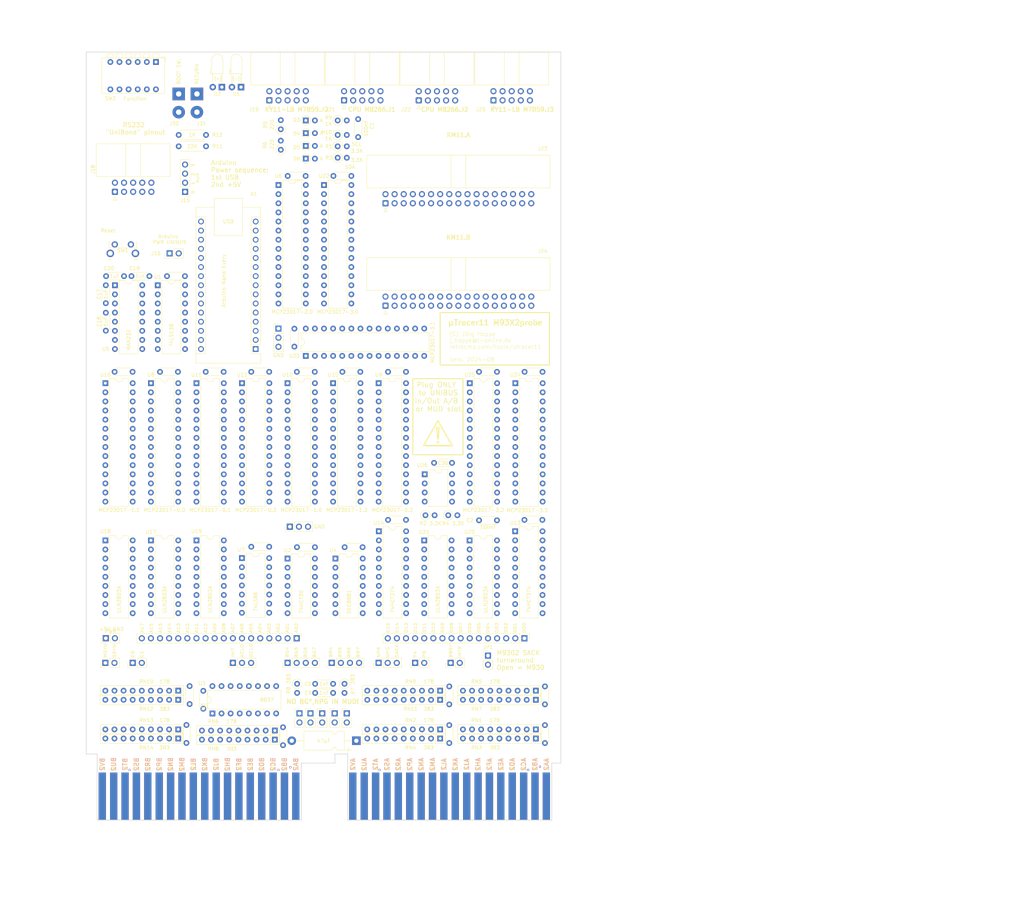
<source format=kicad_pcb>
(kicad_pcb (version 20240108) (generator "pcbnew") (generator_version "8.0")
  (title_block (title "uTracer11") (date "2024-02-19") (rev "V1.0") (company "retrocmp.com") (comment 1 "Joerg Hoppe"))
  (layers (0 "F.Cu" signal) (1 "In1.Cu" power) (2 "In2.Cu" power) (31 "B.Cu" signal) (35 "F.Paste" user) (36 "B.SilkS" user "B.Silkscreen") (37 "F.SilkS" user "F.Silkscreen") (38 "B.Mask" user) (39 "F.Mask" user) (44 "Edge.Cuts" user))
  (net 0 "")
  (net 1 "/RS232_TXD")
  (net 2 "GND")
  (net 3 "/RS232_RXD")
  (net 4 "/ARDUINO_RESET_L")
  (net 5 "/MCP_RESET_L")
  (net 6 "/MCPGROUP_A0")
  (net 7 "/MCPGROUP_A1")
  (net 8 "/MCPGROUP_A2")
  (net 9 "/LED1_L")
  (net 10 "/LED2_L")
  (net 11 "/AUX0")
  (net 12 "/AUX1")
  (net 13 "/AUX2")
  (net 14 "/AUX3")
  (net 15 "/3V3")
  (net 16 "/AREF")
  (net 17 "/SW0_L")
  (net 18 "/SW1_L")
  (net 19 "/SW2_L")
  (net 20 "/SW3_L")
  (net 21 "/SDA")
  (net 22 "/SCL")
  (net 23 "/SW4_L")
  (net 24 "/SW5_L")
  (net 25 "/ARDUINO+5V")
  (net 27 "/VIN")
  (net 28 "UB_5V")
  (net 29 "UB_ACLO_L")
  (net 30 "UB_DCLO_L")
  (net 31 "Net-(U5-C1+)")
  (net 32 "Net-(U5-C1-)")
  (net 33 "Net-(U5-C2+)")
  (net 34 "Net-(U5-C2-)")
  (net 35 "Net-(U5-VS+)")
  (net 36 "Net-(U5-VS-)")
  (net 37 "Net-(D1-A)")
  (net 38 "Net-(D2-A)")
  (net 39 "/ucontrol_1134/KY_MAN_CLK_ENAB_L")
  (net 40 "/ucontrol_1134/CPU_MAN_CLK_ENAB_L")
  (net 41 "/ucontrol_1134/RPI_MAN_CLK_ENAB_L")
  (net 42 "/ucontrol_1134/KY_MAN_CLK_L")
  (net 43 "/ucontrol_1134/CPU_MAN_CLK_L")
  (net 44 "/ucontrol_1134/RPI_MAN_CLK_L")
  (net 45 "UB_D00_L")
  (net 46 "UB_D01_L")
  (net 47 "UB_D02_L")
  (net 48 "UB_D03_L")
  (net 49 "UB_D04_L")
  (net 50 "UB_D05_L")
  (net 51 "UB_D06_L")
  (net 52 "UB_D07_L")
  (net 53 "UB_D08_L")
  (net 54 "UB_D09_L")
  (net 55 "UB_D10_L")
  (net 56 "UB_D11_L")
  (net 57 "Net-(JP1-A)")
  (net 58 "UB_D12_L")
  (net 59 "UB_D13_L")
  (net 60 "UB_D14_L")
  (net 61 "UB_D15_L")
  (net 62 "UB_PA_L")
  (net 63 "UB_PB_L")
  (net 64 "UB_A00_L")
  (net 65 "UB_A01_L")
  (net 66 "UB_A02_L")
  (net 67 "UB_A03_L")
  (net 68 "UB_A04_L")
  (net 69 "UB_A05_L")
  (net 70 "UB_A06_L")
  (net 71 "UB_A07_L")
  (net 72 "UB_A08_L")
  (net 73 "UB_A09_L")
  (net 74 "UB_A10_L")
  (net 75 "UB_A11_L")
  (net 76 "UB_A12_L")
  (net 77 "UB_A13_L")
  (net 78 "UB_A14_L")
  (net 79 "UB_A15_L")
  (net 80 "UB_A16_L")
  (net 81 "UB_A17_L")
  (net 82 "UB_C0_L")
  (net 83 "UB_C1_L")
  (net 84 "UB_MSYN_L")
  (net 85 "UB_SSYN_L")
  (net 86 "Net-(U3-out6)")
  (net 87 "Net-(U3-out5)")
  (net 88 "Net-(U3-out4)")
  (net 89 "Net-(U3-out1)")
  (net 90 "Net-(U3-out2)")
  (net 93 "UB_SACK_L")
  (net 94 "UB_BBSY_L")
  (net 95 "UB_INTR_L")
  (net 96 "UB_INIT_L")
  (net 97 "UB_NPR_L")
  (net 98 "UB_BR7_L")
  (net 99 "UB_NPG_H")
  (net 100 "UB_BR6_L")
  (net 101 "UB_BG7_H")
  (net 102 "UB_BG6_H")
  (net 103 "UB_BG5_H")
  (net 104 "UB_BR5_L")
  (net 105 "UB_BR4_L")
  (net 106 "UB_BG4_H")
  (net 109 "/ucontrol_1134/MCP_04_L")
  (net 110 "/ucontrol_1134/MCP_00_L")
  (net 111 "/ucontrol_1134/MCP_01_L")
  (net 112 "/ucontrol_1134/MCP_05_L")
  (net 113 "/ucontrol_1134/MCP_02_L")
  (net 114 "/ucontrol_1134/MCP_06_L")
  (net 115 "/ucontrol_1134/MCP_03_L")
  (net 116 "/ucontrol_1134/MCP_07_L")
  (net 117 "/ucontrol_1134/MCP_08_L")
  (net 118 "/ucontrol_1134/MCP_09_L")
  (net 119 "/ucontrol_1134/FP11A_ATTACHED_L")
  (net 120 "/ucontrol_1134/SERVICE_BRK_FAIL_L")
  (net 121 "/ucontrol_1134/LOAD_IR_L")
  (net 122 "/ucontrol_1134/PFAIL_BR_PEND_H")
  (net 123 "/ucontrol_km11/KM11A_K2")
  (net 124 "/ucontrol_km11/KM11A_N1")
  (net 125 "/ucontrol_km11/KM11A_V1")
  (net 126 "/ucontrol_km11/KM11A_P2")
  (net 127 "/ucontrol_km11/KM11A_J1")
  (net 128 "/ucontrol_km11/KM11A_C1")
  (net 129 "/ucontrol_km11/KM11A_T2")
  (net 130 "/ucontrol_km11/KM11A_U2")
  (net 131 "/ucontrol_km11/KM11A_P1")
  (net 132 "/ucontrol_km11/KM11A_L1")
  (net 133 "/ucontrol_km11/KM11A_F1")
  (net 134 "/ucontrol_km11/KM11A_D1")
  (net 135 "/ucontrol_km11/KM11A_R1")
  (net 136 "/ucontrol_km11/KM11A_K1")
  (net 137 "/ucontrol_km11/KM11A_S2")
  (net 138 "/ucontrol_km11/KM11A_M1")
  (net 139 "/ucontrol_km11/KM11A_S1")
  (net 140 "/ucontrol_km11/KM11A_F2")
  (net 141 "/ucontrol_km11/KM11A_E1")
  (net 142 "/ucontrol_km11/KM11A_N2")
  (net 143 "/ucontrol_km11/KM11A_D2")
  (net 144 "/ucontrol_km11/KM11A_H2")
  (net 145 "/ucontrol_km11/KM11A_J2")
  (net 146 "/ucontrol_km11/KM11A_R2")
  (net 147 "/ucontrol_km11/KM11A_E2")
  (net 148 "/ucontrol_km11/KM11A_H1")
  (net 149 "/ucontrol_km11/KM11A_L2")
  (net 150 "/ucontrol_km11/KM11A_A1_L")
  (net 151 "/ucontrol_km11/KM11A_B2_L")
  (net 152 "/ucontrol_km11/KM11A_V2_L")
  (net 153 "/ucontrol_km11/KM11B_K2")
  (net 154 "/ucontrol_km11/KM11B_N1")
  (net 155 "/ucontrol_km11/KM11B_V1")
  (net 156 "/ucontrol_km11/KM11B_P2")
  (net 157 "/ucontrol_km11/KM11B_J1")
  (net 158 "/ucontrol_km11/KM11B_C1")
  (net 159 "/ucontrol_km11/KM11B_T2")
  (net 160 "/ucontrol_km11/KM11B_U2")
  (net 161 "/ucontrol_km11/KM11B_P1")
  (net 162 "/ucontrol_km11/KM11B_L1")
  (net 163 "/ucontrol_km11/KM11B_F1")
  (net 164 "/ucontrol_km11/KM11B_D1")
  (net 165 "/ucontrol_km11/KM11B_R1")
  (net 166 "/ucontrol_km11/KM11B_K1")
  (net 167 "/ucontrol_km11/KM11B_S2")
  (net 168 "/ucontrol_km11/KM11B_M1")
  (net 169 "/ucontrol_km11/KM11B_S1")
  (net 170 "/ucontrol_km11/KM11B_F2")
  (net 171 "/ucontrol_km11/KM11B_E1")
  (net 172 "/ucontrol_km11/KM11B_N2")
  (net 173 "/ucontrol_km11/KM11B_D2")
  (net 174 "/ucontrol_km11/KM11B_H2")
  (net 175 "/ucontrol_km11/KM11B_J2")
  (net 176 "/ucontrol_km11/KM11B_R2")
  (net 177 "/ucontrol_km11/KM11B_E2")
  (net 178 "/ucontrol_km11/KM11B_H1")
  (net 179 "/ucontrol_km11/KM11B_L2")
  (net 180 "/ucontrol_km11/KM11B_A1_L")
  (net 181 "/ucontrol_km11/KM11B_B2_L")
  (net 182 "/ucontrol_km11/KM11B_V2_L")
  (net 183 "/UNIBUS-Interface/LATCH_DATA")
  (net 192 "MCPGROUP3_L")
  (net 193 "MCPGROUP2_L")
  (net 194 "MCPGROUP1_L")
  (net 195 "MCPGROUP0_L")
  (net 196 "Net-(U2-Pad8)")
  (net 197 "SACK_OUT")
  (net 198 "C1_OUT")
  (net 199 "UB_PIN_AU1")
  (net 200 "UB_PIN_AV1")
  (net 201 "UB_PIN_BB1")
  (net 208 "MSYN_H")
  (net 209 "SSYN_H")
  (net 223 "/UNIBUS-Interface/DCLO_OUT")
  (net 226 "/UNIBUS-Interface/ACLO_OUT")
  (net 227 "/UNIBUS-Interface/D06_IN_L")
  (net 228 "/UNIBUS-Interface/D07_IN_L")
  (net 229 "/UNIBUS-Interface/D08_IN_L")
  (net 230 "/UNIBUS-Interface/D09_IN_L")
  (net 231 "/UNIBUS-Interface/D10_IN_L")
  (net 232 "/UNIBUS-Interface/D11_IN_L")
  (net 236 "/UNIBUS-Interface/D00_IN_L")
  (net 237 "/UNIBUS-Interface/D01_IN_L")
  (net 238 "/UNIBUS-Interface/D02_IN_L")
  (net 239 "/UNIBUS-Interface/D03_IN_L")
  (net 240 "/UNIBUS-Interface/D04_IN_L")
  (net 241 "/UNIBUS-Interface/D05_IN_L")
  (net 242 "/UNIBUS-Interface/INIT_OUT")
  (net 245 "/UNIBUS-Interface/A17_OUT")
  (net 248 "/UNIBUS-Interface/A16_OUT")
  (net 249 "/UNIBUS-Interface/SSYN_OUT")
  (net 252 "/UNIBUS-Interface/D12_IN_L")
  (net 253 "/UNIBUS-Interface/D13_IN_L")
  (net 254 "/UNIBUS-Interface/D14_IN_L")
  (net 255 "/UNIBUS-Interface/D15_IN_L")
  (net 256 "/UNIBUS-Interface/MSYN_OUT")
  (net 257 "/UNIBUS-Interface/D08_OUT")
  (net 258 "/UNIBUS-Interface/D09_OUT")
  (net 259 "/UNIBUS-Interface/D10_OUT")
  (net 260 "/UNIBUS-Interface/D11_OUT")
  (net 261 "/UNIBUS-Interface/D12_OUT")
  (net 262 "/UNIBUS-Interface/D13_OUT")
  (net 263 "/UNIBUS-Interface/D14_OUT")
  (net 264 "/UNIBUS-Interface/D15_OUT")
  (net 267 "/UNIBUS-Interface/D00_OUT")
  (net 268 "/UNIBUS-Interface/D01_OUT")
  (net 269 "/UNIBUS-Interface/D02_OUT")
  (net 270 "/UNIBUS-Interface/D03_OUT")
  (net 271 "/UNIBUS-Interface/D04_OUT")
  (net 272 "/UNIBUS-Interface/D05_OUT")
  (net 273 "/UNIBUS-Interface/D06_OUT")
  (net 274 "/UNIBUS-Interface/D07_OUT")
  (net 275 "/UNIBUS-Interface/A08_OUT")
  (net 276 "/UNIBUS-Interface/A09_OUT")
  (net 277 "/UNIBUS-Interface/A10_OUT")
  (net 278 "/UNIBUS-Interface/A11_OUT")
  (net 279 "/UNIBUS-Interface/A12_OUT")
  (net 280 "/UNIBUS-Interface/A13_OUT")
  (net 281 "/UNIBUS-Interface/A14_OUT")
  (net 282 "/UNIBUS-Interface/A15_OUT")
  (net 285 "/UNIBUS-Interface/A00_OUT")
  (net 286 "/UNIBUS-Interface/A01_OUT")
  (net 287 "/UNIBUS-Interface/A02_OUT")
  (net 288 "/UNIBUS-Interface/A03_OUT")
  (net 289 "/UNIBUS-Interface/A04_OUT")
  (net 290 "/UNIBUS-Interface/A05_OUT")
  (net 291 "/UNIBUS-Interface/A06_OUT")
  (net 292 "/UNIBUS-Interface/A07_OUT")
  (net 306 "/rs232/RS232_RXD")
  (net 308 "/rs232/RS232_TXD")
  (net 318 "UB_PIN_BE2")
  (net 332 "UB_PIN_BA1")
  (net 333 "BBSY_OUT")
  (net 334 "BOOTSWITCH")
  (net 335 "Net-(J31-Pin_1)")
  (net 336 "/ucontrol_km11/KM11A_M2")
  (net 337 "/ucontrol_km11/KM11A_U1_L")
  (net 338 "/ucontrol_km11/KM11B_M2")
  (net 339 "/ucontrol_km11/KM11B_U1_L")
  (footprint "Resistor_THT:R_Array_SIP9" (layer "F.Cu") (at 161.925 217.805 180)
    (property "Reference" "RN1")
    (property "Value" "178")
  )
  (footprint "Resistor_THT:R_Array_SIP9" (layer "F.Cu") (at 161.925 220.345 180)
    (property "Reference" "RN3")
    (property "Value" "383")
  )
  (footprint "Resistor_THT:R_Array_SIP9" (layer "F.Cu") (at 161.925 207.01 180)
    (property "Reference" "RN5")
    (property "Value" "178")
  )
  (footprint "Resistor_THT:R_Array_SIP9" (layer "F.Cu") (at 135.255 207.01 180)
    (property "Reference" "RN9")
    (property "Value" "178")
  )
  (footprint "jh:dec-conn-dual-AB-ht-pins-only" (layer "F.Cu") (at 168.885 244.043)
    (property "Reference" "J11" (hide yes))
    (property "Value" "CONN-DEC-DUAL-AB" (hide yes))
  )
  (footprint "Resistor_THT:R_Array_SIP9" (layer "F.Cu") (at 135.255 217.805 180)
    (property "Reference" "RN2")
    (property "Value" "178")
  )
  (footprint "Resistor_THT:R_Array_SIP9" (layer "F.Cu") (at 135.255 220.345 180)
    (property "Reference" "RN4")
    (property "Value" "383")
  )
  (footprint "Resistor_THT:R_Array_SIP9" (layer "F.Cu") (at 62.23 220.345 180)
    (property "Reference" "RN14")
    (property "Value" "383")
  )
  (footprint "Resistor_THT:R_Array_SIP9" (layer "F.Cu") (at 89.154 220.665 180)
    (property "Reference" "RN8")
    (property "Value" "383")
  )
  (footprint "Resistor_THT:R_Array_SIP9" (layer "F.Cu") (at 89.154 218.125 180)
    (property "Reference" "RN6")
    (property "Value" "178")
  )
  (footprint "Package_DIP:DIP-16_W7.62mm" (layer "F.Cu") (at 71.755 213.36 90)
    (property "Reference" "U3")
    (property "Value" "8837")
  )
  (footprint "Package_DIP:DIP-14_W7.62mm" (layer "F.Cu") (at 92.71 170.18)
    (property "Reference" "U2")
    (property "Value" "74HCT30")
  )
  (footprint "Resistor_THT:R_Array_SIP9" (layer "F.Cu") (at 135.255 209.55 180)
    (property "Reference" "RN11")
    (property "Value" "383")
  )
  (footprint "Resistor_THT:R_Array_SIP9" (layer "F.Cu") (at 62.23 209.55 180)
    (property "Reference" "RN12")
    (property "Value" "383")
  )
  (footprint "Resistor_THT:R_Array_SIP9" (layer "F.Cu") (at 62.23 207.01 180)
    (property "Reference" "RN10")
    (property "Value" "178")
  )
  (footprint "Capacitor_THT:C_Disc_D4.3mm_W1.9mm_P5.00mm" (layer "F.Cu") (at 100.41 207.6415)
    (property "Reference" "C9")
    (property "Value" "1nF")
  )
  (footprint "Capacitor_THT:C_Disc_D4.3mm_W1.9mm_P5.00mm" (layer "F.Cu") (at 105.41 205.1015 180)
    (property "Reference" "C6")
    (property "Value" "1nF")
  )
  (footprint "Resistor_THT:R_Array_SIP9" (layer "F.Cu") (at 62.23 217.805 180)
    (property "Reference" "RN13")
    (property "Value" "178")
  )
  (footprint "Resistor_THT:R_Array_SIP9" (layer "F.Cu") (at 161.925 209.55 180)
    (property "Reference" "RN7")
    (property "Value" "383")
  )
  (footprint "Capacitor_THT:C_Disc_D4.3mm_W1.9mm_P5.00mm" (layer "F.Cu") (at 64.516 216.575 -90)
    (property "Reference" "C4" (hide yes))
    (property "Value" "100nF")
  )
  (footprint "Capacitor_THT:C_Disc_D4.3mm_W1.9mm_P5.00mm" (layer "F.Cu") (at 65.405 205.74 -90)
    (property "Reference" "C7" (hide yes))
    (property "Value" "100nF")
  )
  (footprint "Capacitor_THT:C_Disc_D4.3mm_W1.9mm_P5.00mm" (layer "F.Cu") (at 91.44 217.21 -90)
    (property "Reference" "C10" (hide yes))
    (property "Value" "100nF")
  )
  (footprint "Capacitor_THT:C_Disc_D4.3mm_W1.9mm_P5.00mm" (layer "F.Cu") (at 164.465 216.615 -90)
    (property "Reference" "C12" (hide yes))
    (property "Value" "100nF")
  )
  (footprint "Capacitor_THT:C_Disc_D4.3mm_W1.9mm_P5.00mm" (layer "F.Cu") (at 137.795 216.615 -90)
    (property "Reference" "C5" (hide yes))
    (property "Value" "100nF")
  )
  (footprint "Capacitor_THT:C_Disc_D4.3mm_W1.9mm_P5.00mm" (layer "F.Cu") (at 164.465 205.82 -90)
    (property "Reference" "C8" (hide yes))
    (property "Value" "100nF")
  )
  (footprint "Capacitor_THT:C_Disc_D4.3mm_W1.9mm_P5.00mm" (layer "F.Cu") (at 137.795 205.82 -90)
    (property "Reference" "C11" (hide yes))
    (property "Value" "100nF")
  )
  (footprint "Capacitor_THT:CP_Axial_L11.0mm_D5.0mm_P18.00mm_Horizontal" (layer "F.Cu") (at 111.887 220.9625 180)
    (property "Reference" "C16" (hide yes))
    (property "Value" "47µF")
  )
  (footprint "Capacitor_THT:C_Disc_D4.3mm_W1.9mm_P5.00mm" (layer "F.Cu") (at 69.215 207.05 -90)
    (property "Reference" "C14" (hide yes))
    (property "Value" "100nF")
  )
  (footprint "Capacitor_THT:C_Disc_D4.3mm_W1.9mm_P5.00mm" (layer "F.Cu") (at 113.625 167.005 180)
    (property "Reference" "C15" (hide yes))
    (property "Value" "100nF")
  )
  (footprint "Capacitor_THT:C_Disc_D4.3mm_W1.9mm_P5.00mm" (layer "F.Cu") (at 100.33 167.005 180)
    (property "Reference" "C13" (hide yes))
    (property "Value" "100nF")
  )
  (footprint "Connector_PinHeader_2.54mm:PinHeader_1x02_P2.54mm_Vertical" (layer "F.Cu") (at 148.59 197.231)
    (property "Reference" "JP1")
    (property "Value" "SACK")
  )
  (footprint "Resistor_THT:R_Axial_DIN0207_L6.3mm_D2.5mm_P2.54mm_Vertical" (layer "F.Cu") (at 108.585 205.0875 -90)
    (property "Reference" "R7")
    (property "Value" "383")
  )
  (footprint "Resistor_THT:R_Axial_DIN0207_L6.3mm_D2.5mm_P2.54mm_Vertical" (layer "F.Cu") (at 95.377 205.0875 -90)
    (property "Reference" "R8")
    (property "Value" "383")
  )
  (footprint "Package_DIP:DIP-16_W7.62mm" (layer "F.Cu") (at 56.515 93.98)
    (property "Reference" "U1")
    (property "Value" "74LS138")
  )
  (footprint "Connector_PinHeader_2.54mm:PinHeader_1x02_P2.54mm_Vertical" (layer "F.Cu") (at 109.22 213.3425)
    (property "Reference" "J29" (hide yes))
    (property "Value" "MUD-NPG")
  )
  (footprint "Package_DIP:DIP-28_W7.62mm" (layer "F.Cu") (at 80.01 121.285)
    (property "Reference" "U12")
    (property "Value" "MCP23017-0.3")
  )
  (footprint "Button_Switch_THT:SW_Tactile_SPST_Angled_PTS645Vx58-2LFS" (layer "F.Cu") (at 44.532 82.5965)
    (property "Reference" "SW1")
    (property "Value" "Reset")
  )
  (footprint "Capacitor_THT:C_Disc_D4.3mm_W1.9mm_P5.00mm" (layer "F.Cu") (at 163.79 118.11 180)
    (property "Reference" "C33" (hide yes))
    (property "Value" "100nF")
  )
  (footprint "Connector_PinHeader_2.54mm:PinHeader_1x18_P2.54mm_Vertical" (layer "F.Cu") (at 95.25 192.405 -90)
    (property "Reference" "J6" (hide yes))
    (property "Value" "UB_ADDR")
  )
  (footprint "Package_DIP:DIP-18_W7.62mm" (layer "F.Cu") (at 41.91 165.1)
    (property "Reference" "U18")
    (property "Value" "ULN2803A")
  )
  (footprint "Package_DIP:DIP-28_W7.62mm" (layer "F.Cu") (at 102.87 66.04)
    (property "Reference" "U22")
    (property "Value" "MCP23017-3.0")
  )
  (footprint "LED_THT:LED_D3.0mm_Horizontal_O3.81mm_Z2.0mm" (layer "F.Cu") (at 74.402 38.735 180)
    (property "Reference" "D2")
    (property "Value" "red")
  )
  (footprint "Connector_PinHeader_2.54mm:PinHeader_1x04_P2.54mm_Vertical" (layer "F.Cu") (at 92.71 199.263 90)
    (property "Reference" "J13" (hide yes))
    (property "Value" "UB_BG")
  )
  (footprint "Diode_THT:D_DO-35_SOD27_P2.54mm_Vertical_AnodeUp" (layer "F.Cu") (at 97.79 58.674)
    (property "Reference" "D6")
    (property "Value" "1N4148")
  )
  (footprint "Connector_PinHeader_2.54mm:PinHeader_1x16_P2.54mm_Vertical" (layer "F.Cu") (at 158.75 192.405 -90)
    (property "Reference" "J4" (hide yes))
    (property "Value" "UB_DATA")
  )
  (footprint "Package_DIP:DIP-28_W7.62mm" (layer "F.Cu") (at 41.91 121.285)
    (property "Reference" "U16")
    (property "Value" "MCP23017-1.1")
  )
  (footprint "Connector_PinHeader_2.54mm:PinHeader_1x02_P2.54mm_Vertical" (layer "F.Cu") (at 42.037 192.3875 90)
    (property "Reference" "J1" (hide yes))
    (property "Value" "PWR")
  )
  (footprint "Resistor_THT:R_Axial_DIN0207_L6.3mm_D2.5mm_P2.54mm_Vertical" (layer "F.Cu") (at 90.819661 50.48752 90)
    (property "Reference" "R5")
    (property "Value" "220")
  )
  (footprint "Connector_IDC:IDC-Header_2x17_P2.54mm_Horizontal" (layer "F.Cu") (at 120.015 99.6775 90)
    (property "Reference" "J24")
    (property "Value" "KM11.B")
  )
  (footprint "Resistor_THT:R_Axial_DIN0207_L6.3mm_D2.5mm_P2.54mm_Vertical" (layer "F.Cu") (at 106.68 52.07)
    (property "Reference" "R10")
    (property "Value" "1K")
  )
  (footprint "Connector_IDC:IDC-Header_2x05_P2.54mm_Horizontal" (layer "F.Cu") (at 150.114 42.418 90)
    (property "Reference" "J20")
    (property "Value" "KY11-LB M7859.J3")
  )
  (footprint "Connector_IDC:IDC-Header_2x05_P2.54mm_Horizontal" (layer "F.Cu") (at 108.458 42.418 90)
    (property "Reference" "J21")
    (property "Value" "CPU M8266.J1")
  )
  (footprint "Capacitor_THT:C_Disc_D4.3mm_W1.9mm_P5.00mm" (layer "F.Cu") (at 125.73 159.385 180)
    (property "Reference" "C24" (hide yes))
    (property "Value" "100nF")
  )
  (footprint "jh:Symbol_Attention_Triangle_8x7mm_SilkF" (layer "F.Cu") (at 134.62 135.2375)
    (property "Reference" "REF**" (hide yes))
    (property "Value" "Symbol_Attention_Triangle_8x7mm_SilkF" (hide yes))
  )
  (footprint "Package_DIP:DIP-18_W7.62mm" (layer "F.Cu") (at 54.61 165.1)
    (property "Reference" "U17")
    (property "Value" "ULN2803A")
  )
  (footprint "Package_DIP:DIP-16_W7.62mm" (layer "F.Cu") (at 44.577 93.9765)
    (property "Reference" "U5")
    (property "Value" "MAX232")
  )
  (footprint "Capacitor_THT:C_Disc_D4.3mm_W1.9mm_P5.00mm" (layer "F.Cu") (at 87.59 118.11 180)
    (property "Reference" "C29" (hide yes))
    (property "Value" "100nF")
  )
  (footprint "Package_DIP:DIP-28_W7.62mm" (layer "F.Cu") (at 143.51 121.285)
    (property "Reference" "U25")
    (property "Value" "MCP23017-3.2")
  )
  (footprint "Capacitor_THT:C_Disc_D4.3mm_W1.9mm_P5.00mm" (layer "F.Cu") (at 163.75 159.385 180)
    (property "Reference" "C25" (hide yes))
    (property "Value" "100nF")
  )
  (footprint "Capacitor_THT:C_Disc_D4.3mm_W1.9mm_P5.00mm" (layer "F.Cu") (at 125.73 118.11 180)
    (property "Reference" "C23" (hide yes))
    (property "Value" "100nF")
  )
  (footprint "Connector_PinHeader_2.54mm:PinHeader_1x02_P2.54mm_Vertical" (layer "F.Cu") (at 102.366 213.3425)
    (property "Reference" "J27" (hide yes))
    (property "Value" "MUD-BG6")
  )
  (footprint "Connector_PinHeader_2.54mm:PinHeader_1x04_P2.54mm_Vertical" (layer "F.Cu") (at 64.135 67.9415 180)
    (property "Reference" "J15")
    (property "Value" "Arduino AUX")
  )
  (footprint "Package_DIP:DIP-20_W7.62mm" (layer "F.Cu") (at 156.17 162.56)
    (property "Reference" "U13")
    (property "Value" "74HCT374")
  )
  (footprint "Resistor_THT:R_Axial_DIN0207_L6.3mm_D2.5mm_P2.54mm_Vertical" (layer "F.Cu") (at 106.68 58.42)
    (property "Reference" "R3")
    (property "Value" "3.3K")
  )
  (footprint "Diode_THT:D_DO-35_SOD27_P2.54mm_Vertical_AnodeUp" (layer "F.Cu") (at 97.79 55.124)
    (property "Reference" "D5")
    (property "Value" "1N4148")
  )
  (footprint "Package_DIP:DIP-28_W7.62mm" (layer "F.Cu") (at 90.17 66.04)
    (property "Reference" "U6")
    (property "Value" "MCP23017-2.0")
  )
  (footprint "Connector_PinHeader_2.54mm:PinHeader_1x02_P2.54mm_Vertical" (layer "F.Cu") (at 59.817 85.0865 90)
    (property "Reference" "J16")
    (property "Value" "Arduino-5V-Power" (hide yes))
  )
  (footprint "Connector_IDC:IDC-Header_2x05_P2.54mm_Horizontal" (layer "F.Cu") (at 129.286 42.4355 90)
    (property "Reference" "J22")
    (property "Value" "CPU M8266.J2")
  )
  (footprint "Package_DIP:DIP-28_W7.62mm" (layer "F.Cu") (at 92.71 121.285)
    (property "Reference" "U10")
    (property "Value" "MCP23017-1.0")
  )
  (footprint "Resistor_THT:R_Axial_DIN0207_L6.3mm_D2.5mm_P7.62mm_Horizontal" (layer "F.Cu") (at 69.977 52.0665 180)
    (property "Reference" "R12")
    (property "Value" "1K")
  )
  (footprint "Capacitor_THT:C_Disc_D4.3mm_W1.9mm_P5.00mm" (layer "F.Cu") (at 151.09 159.512 180)
    (property "Reference" "C2")
    (property "Value" "100nF")
  )
  (footprint "Capacitor_THT:C_Disc_D4.3mm_W1.9mm_P5.00mm" (layer "F.Cu") (at 64.095 91.44 180)
    (property "Reference" "C3" (hide yes))
    (property "Value" "100nF")
  )
  (footprint "Package_DIP:DIP-28_W7.62mm" (layer "F.Cu") (at 97.79 113.665 90)
    (property "Reference" "U23")
    (property "Value" "MCP23017-3.1")
  )
  (footprint "Connector_IDC:IDC-Header_2x17_P2.54mm_Horizontal" (layer "F.Cu") (at 120.015 71.12 90)
    (property "Reference" "J23")
    (property "Value" "KM11.A")
  )
  (footprint "Package_DIP:DIP-28_W7.62mm" (layer "F.Cu") (at 156.21 121.285)
    (property "Reference" "U24")
    (property "Value" "MCP23017-3.3")
  )
  (footprint "Capacitor_THT:C_Disc_D4.3mm_W1.9mm_P5.00mm" (layer "F.Cu") (at 94.615 111.085 90)
    (property "Reference" "C34" (hide yes))
    (property "Value" "100nF")
  )
  (footprint "Capacitor_THT:C_Disc_D4.3mm_W1.9mm_P5.00mm" (layer "F.Cu") (at 151.09 118.11 180)
    (property "Reference" "C32" (hide yes))
    (property "Value" "100nF")
  )
  (footprint "Capacitor_THT:C_Disc_D4.3mm_W1.9mm_P5.00mm" (layer "F.Cu") (at 42.037 101.6365 -90)
    (property "Reference" "C18")
    (property "Value" "1uF")
  )
  (footprint "Connector_PinHeader_2.54mm:PinHeader_1x02_P2.54mm_Vertical" (layer "F.Cu") (at 41.91 199.263 90)
    (property "Reference" "J8" (hide yes))
    (property "Value" "UB_MSYN")
  )
  (footprint "Package_DIP:DIP-8_W7.62mm" (layer "F.Cu") (at 130.947 146.6775)
    (property "Reference" "U26")
    (property "Value" "24LC1025")
  )
  (footprint "Resistor_THT:R_Axial_DIN0207_L6.3mm_D2.5mm_P2.54mm_Vertical" (layer "F.Cu") (at 106.68 55.245)
    (property "Reference" "R1")
    (property "Value" "3.3K")
  )
  (footprint "Capacitor_THT:C_Disc_D4.3mm_W1.9mm_P5.00mm" (layer "F.Cu") (at 54.189 91.4365 180)
    (property "Reference" "C19")
    (property "Value" "1uF")
  )
  (footprint "Resistor_THT:R_Axial_DIN0207_L6.3mm_D2.5mm_P2.54mm_Vertical" (layer "F.Cu") (at 90.819661 56.20252 90)
    (property "Reference" "R6")
    (property "Value" "220")
  )
  (footprint "Capacitor_THT:C_Disc_D4.3mm_W1.9mm_P5.00mm" (layer "F.Cu") (at 97.75 63.5 180)
    (property "Reference" "C21" (hide yes))
    (property "Value" "100nF")
  )
  (footprint "Connector_PinHeader_2.54mm:PinHeader_1x03_P2.54mm_Vertical" (layer "F.Cu") (at 93.345 161.29 90)
    (property "Reference" "J2" (hide yes))
    (property "Value" "GND")
  )
  (footprint "jh:SolderWirePad_1x02_P5.08mm_Drill1.5mm" (layer "F.Cu") (at 67.437 40.6365 -90)
    (property "Reference" "J31")
    (property "Value" "RETURN")
  )
  (footprint "Resistor_THT:R_Axial_DIN0207_L6.3mm_D2.5mm_P7.62mm_Horizontal" (layer "F.Cu") (at 69.977 55.2415 180)
    (property "Reference" "R11")
    (property "Value" "22K")
  )
  (footprint "Capacitor_THT:C_Disc_D4.3mm_W1.9mm_P5.00mm" (layer "F.Cu") (at 74.89 118.11 180)
    (property "Reference" "C28" (hide yes))
    (property "Value" "100nF")
  )
  (footprint "Diode_THT:D_DO-35_SOD27_P2.54mm_Vertical_AnodeUp" (layer "F.Cu") (at 97.79 51.574)
    (property "Reference" "D4")
    (property "Value" "1N4148")
  )
  (footprint "Capacitor_THT:C_Disc_D4.3mm_W1.9mm_P5.00mm" (layer "F.Cu") (at 42.037 93.9765 -90)
    (property "Reference" "C17")
    (property "Value" "1uF")
  )
  (footprint "Connector_PinHeader_2.54mm:PinHeader_1x03_P2.54mm_Vertical" (layer "F.Cu") (at 90.17 106.045)
    (property "Reference" "J3" (hide yes))
    (property "Value" "GND")
  )
  (footprint "Connector_IDC:IDC-Header_2x05_P2.54mm_Horizontal" (layer "F.Cu") (at 87.63 42.418 90)
    (property "Reference" "J19")
    (property "Value" "KY11-LB M7859.J2")
  )
  (footprint "Connector_PinHeader_2.54mm:PinHeader_1x04_P2.54mm_Vertical" (layer "F.Cu") (at 105.029 199.263 90)
    (property "Reference" "J12" (hide yes))
    (property "Value" "UB_BR")
  )
  (footprint "Capacitor_THT:C_Disc_D4.3mm_W1.9mm_P5.00mm" (layer "F.Cu") (at 47.117 91.4365 180)
    (property "Reference" "C20")
    (property "Value" "1uF")
  )
  (footprint "Capacitor_THT:C_Disc_D4.3mm_W1.9mm_P5.00mm" (layer "F.Cu") (at 138.557 143.4925 180)
    (property "Reference" "C36")
    (property "Value" "100nF")
  )
  (footprint "Resistor_THT:R_Axial_DIN0207_L6.3mm_D2.5mm_P2.54mm_Vertical" (layer "F.Cu") (at 131.162 158.0975)
    (property "Reference" "R2")
    (property "Value" "3.3K")
  )
  (footprint "Capacitor_THT:C_Disc_D4.3mm_W1.9mm_P5.00mm" (layer "F.Cu") (at 100.29 118.11 180)
    (property "Reference" "C30" (hide yes))
    (property "Value" "100nF")
  )
  (footprint "Capacitor_THT:C_Disc_D4.3mm_W1.9mm_P5.00mm" (layer "F.Cu") (at 87.59 166.878 180)
    (property "Reference" "C22" (hide yes))
    (property "Value" "100nF")
  )
  (footprint "Package_DIP:DIP-14_W7.62mm" (layer "F.Cu") (at 106.045 170.18)
    (property "Reference" "U4")
    (property "Value" "DEC8881")
  )
  (footprint "Package_DIP:DIP-18_W7.62mm" (layer "F.Cu") (at 67.31 165.1)
    (property "Reference" "U19")
    (property "Value" "ULN2803A")
  )
  (footprint "Package_DIP:DIP-28_W7.62mm" (layer "F.Cu") (at 118.11 121.285)
    (property "Reference" "U9")
    (property "Value" "MCP23017-0.2")
  )
  (footprint "Package_DIP:DIP-28_W7.62mm" (layer "F.Cu") (at 67.31 121.285)
    (property "Reference" "U11")
    (property "Value" "MCP23017-0.1")
  )
  (footprint "Connector_IDC:IDC-Header_2x05_P2.54mm_Horizontal" (layer "F.Cu") (at 44.577 67.9275 90)
    (property "Reference" "J18")
    (property "Value" "UART")
  )
  (footprint "Resistor_THT:R_Axial_DIN0207_L6.3mm_D2.5mm_P2.54mm_Vertical" (layer "F.Cu") (at 137.512 158.0975)
    (property "Reference" "R4")
    (property "Value" "3.3K")
  )
  (footprint "Package_DIP:DIP-18_W7.62mm" (layer "F.Cu") (at 143.47 165.1)
    (property "Reference" "U20")
    (property "Value" "ULN2803A")
  )
  (footprint "Package_DIP:DIP-20_W7.62mm" (layer "F.Cu") (at 118.15 162.56)
    (property "Reference" "U14")
    (property "Value" "74HCT374")
  )
  (footprint "Connector_PinHeader_2.54mm:PinHeader_1x02_P2.54mm_Vertical" (layer "F.Cu") (at 49.53 199.263 90)
    (property "Reference" "J7" (hide yes))
    (property "Value" "UB_C01")
  )
  (footprint "Diode_THT:D_DO-35_SOD27_P2.54mm_Vertical_AnodeUp" (layer "F.Cu") (at 97.79 48.024)
    (property "Reference" "D3")
    (property "Value" "1N4148")
  )
  (footprint "Package_DIP:DIP-18_W7.62mm" (layer "F.Cu") (at 130.81 165.1)
    (property "Reference" "U21")
    (property "Value" "ULN2803A")
  )
  (footprint "Resistor_THT:R_Axial_DIN0207_L6.3mm_D2.5mm_P2.54mm_Vertical" (layer "F.Cu") (at 106.68 48.02)
    (property "Reference" "R9")
    (property "Value" "1K")
  )
  (footprint "LED_THT:LED_D3.0mm_Horizontal_O3.81mm_Z2.0mm" (layer "F.Cu") (at 79.736 38.735 180)
    (property "Reference" "D1")
    (property "Value" "green")
  )
  (footprint "Connector_PinHeader_2.54mm:PinHeader_1x02_P2.54mm_Vertical" (layer "F.Cu") (at 128.27 199.263 90)
    (property "Reference" "J5" (hide yes))
    (property "Value" "UB_PAB")
  )
  (footprint "Package_DIP:DIP-28_W7.62mm" (layer "F.Cu") (at 105.41 121.285)
    (property "Reference" "U15")
    (property "Value" "MCP23017-1.2")
  )
  (footprint "Connector_PinHeader_2.54mm:PinHeader_1x02_P2.54mm_Vertical" (layer "F.Cu") (at 105.84 213.3425)
    (property "Reference" "J28" (hide yes))
    (property "Value" "MUD-BG7")
  )
  (footprint "Module:Arduino_Nano" (layer "F.Cu") (at 83.82 111.76 180)
    (property "Reference" "A1")
    (property "Value" "Arduino Nano Every")
  )
  (footprint "Capacitor_THT:C_Disc_D4.3mm_W1.9mm_P5.00mm" (layer "F.Cu") (at 62.15 118.11 180)
    (property "Reference" "C27" (hide yes))
    (property "Value" "100nF")
  )
  (footprint "Connector_PinHeader_2.54mm:PinHeader_1x02_P2.54mm_Vertical" (layer "F.Cu") (at 138.176 199.263 90)
    (property "Reference" "J9" (hide yes))
    (property "Value" "UB_SKBYINT")
  )
  (footprint "jh:SolderWirePad_1x02_P5.08mm_Drill1.5mm" (layer "F.Cu") (at 62.357 40.6365 -90)
    (property "Reference" "J30")
    (property "Value" "BOOT SW.")
  )
  (footprint "Capacitor_THT:C_Disc_D4.3mm_W1.9mm_P5.00mm" (layer "F.Cu") (at 112.99 118.11 180)
    (property "Reference" "C31" (hide yes))
    (property "Value" "100nF")
  )
  (footprint "Package_DIP:DIP-28_W7.62mm" (layer "F.Cu") (at 54.61 121.285)
    (property "Reference" "U8")
    (property "Value" "MCP23017-0.0")
  )
  (footprint "Connector_PinHeader_2.54mm:PinHeader_1x03_P2.54mm_Vertical" (layer "F.Cu") (at 77.47 199.263 90)
    (property "Reference" "J10" (hide yes))
    (property "Value" "UB_MISC")
  )
  (footprint "Connector_PinHeader_2.54mm:PinHeader_1x02_P2.54mm_Vertical" (layer "F.Cu") (at 99.097 213.3425)
    (property "Reference" "J26" (hide yes))
    (property "Value" "MUD-BG5")
  )
  (footprint "Capacitor_THT:C_Disc_D4.3mm_W1.9mm_P5.00mm" (layer "F.Cu") (at 105.49 63.5)
    (property "Reference" "C35" (hide yes))
    (property "Value" "100nF")
  )
  (footprint "Capacitor_THT:C_Disc_D4.3mm_W1.9mm_P5.00mm" (layer "F.Cu") (at 44.49 118.11)
    (property "Reference" "C26" (hide yes))
    (property "Value" "100nF")
  )
  (footprint "Connector_PinHeader_2.54mm:PinHeader_1x02_P2.54mm_Vertical" (layer "F.Cu") (at 96.033 213.3425)
    (property "Reference" "J25" (hide yes))
    (property "Value" "MUD-BG4")
  )
  (footprint "Connector_PinHeader_2.54mm:PinHeader_1x03_P2.54mm_Vertical" (layer "F.Cu") (at 118.08 199.263 90)
    (property "Reference" "J14" (hide yes))
    (property "Value" "UB_DMA")
  )
  (footprint "Button_Switch_THT:SW_DIP_SPSTx06_Piano_CTS_Series194-6MSTN_W7.62mm_P2.54mm" (layer "F.Cu") (at 56.007 31.7325 -90)
    (property "Reference" "SW2")
    (property "Value" "Function")
  )
  (footprint "Capacitor_THT:C_Disc_D4.3mm_W1.9mm_P5.00mm" (layer "F.Cu") (at 112.395 52.665 90)
    (property "Reference" "C1")
    (property "Value" "100nF")
  )
  (footprint "Package_DIP:DIP-14_W7.62mm" (layer "F.Cu") (at 79.97 170.053)
    (property "Reference" "U7")
    (property "Value" "74LS86")
  )
  (gr_rect (start 135.255 101.6) (end 165.735 116.205) (stroke (width 0.3048)) (fill none) (layer "F.SilkS"))
  (gr_rect (start 127.635 120.015) (end 141.605 141.224) (stroke (width 0.3048)) (fill none) (layer "F.SilkS"))
  (gr_line (start 96.52 227.203) (end 105.918 227.203) (stroke (width 0.1524)) (layer "Edge.Cuts"))
  (gr_line (start 36.576 28.956) (end 36.576 224.663) (stroke (width 0.1524)) (layer "Edge.Cuts"))
  (gr_line (start 166.37 243.078) (end 166.37 227.203) (stroke (width 0.1524)) (layer "Edge.Cuts"))
  (gr_line (start 96.52 243.078) (end 96.52 227.203) (stroke (width 0.1524)) (layer "Edge.Cuts"))
  (gr_line (start 168.91 227.203) (end 168.91 28.956) (stroke (width 0.1524)) (layer "Edge.Cuts"))
  (gr_line (start 105.918 224.663) (end 109.474 224.663) (stroke (width 0.1524)) (layer "Edge.Cuts"))
  (gr_line (start 39.624 243.078) (end 96.52 243.078) (stroke (width 0.1524)) (layer "Edge.Cuts"))
  (gr_line (start 36.576 224.663) (end 39.624 224.663) (stroke (width 0.1524)) (layer "Edge.Cuts"))
  (gr_line (start 105.918 227.203) (end 105.918 224.663) (stroke (width 0.1524)) (layer "Edge.Cuts"))
  (gr_line (start 39.624 224.663) (end 39.624 243.078) (stroke (width 0.1524)) (layer "Edge.Cuts"))
  (gr_line (start 109.474 224.663) (end 109.474 243.078) (stroke (width 0.1524)) (layer "Edge.Cuts"))
  (gr_line (start 109.474 243.078) (end 166.37 243.078) (stroke (width 0.1524)) (layer "Edge.Cuts"))
  (gr_line (start 166.37 227.203) (end 168.91 227.203) (stroke (width 0.1524)) (layer "Edge.Cuts"))
  (gr_line (start 36.576 28.956) (end 168.91 28.956) (stroke (width 0.1524)) (layer "Edge.Cuts"))
  (gr_text "M9302 SACK\nturnaround\nOpen = M930" (at 150.876 198.501 0) (layer "F.SilkS") (effects (font (size 1.27 1.27) (thickness 0.2032)) (justify left)))
  (gr_text "NPR\n\nNPG\n\nSACK" (at 120.65 197.933 90) (layer "F.SilkS") (effects (font (size 0.785 1)) (justify left)))
  (gr_text "BBSY\n\nINTR" (at 139.446 197.933 90) (layer "F.SilkS") (effects (font (size 0.785 1)) (justify left)))
  (gr_text "0  1  2  3\n    AUX" (at 68.072 68.5765 90) (layer "F.SilkS") (effects (font (size 0.785 1) (thickness 0.15) (bold yes)) (justify left bottom)))
  (gr_text "RS232 \n{dblquote}UniBone{dblquote} pinout" (at 50.292 52.0525 0) (layer "F.SilkS") (effects (font (size 1.27 1.27) (thickness 0.2032)) (justify bottom)))
  (gr_text "MSYN\n\nSSYN" (at 43.18 197.933 90) (layer "F.SilkS") (effects (font (size 0.785 1)) (justify left)))
  (gr_text "SCL" (at 110.49 55.245 0) (layer "F.SilkS") (effects (font (size 1 1)) (justify left bottom)))
  (gr_text "BG4\n\nBG5\n\nBG6\n\nBG7" (at 96.393 197.866 90) (layer "F.SilkS") (effects (font (size 0.785 1)) (justify left)))
  (gr_text "(C) Jörg Hoppe   \nj_hoppe@t-online.de\nretrocmp.com/tools/utracer11\n\nVers. 2024-08" (at 137.795 111.125 0) (layer "F.SilkS") (effects (font (size 1.1 1.1) (thickness 0.1)) (justify left)))
  (gr_text "D15\n\nD14\n\nD13\n\nD12\n\nD11\n\nD10\n\nD09\n\nD08\n\nD07\n\nD06\n\nD05\n\nD04\n\nD03\n\nD02\n\nD01\n\nD00" (at 139.7 191.008 90) (layer "F.SilkS") (effects (font (size 0.785 1)) (justify left)))
  (gr_text "Plug ONLY \nto UNIBUS\nIn/Out A/B \nor MUD slot" (at 134.747 125.0775 0) (layer "F.SilkS") (effects (font (size 1.4 1.4) (thickness 0.2))))
  (gr_text "A17\n\nA16\n\nA15\n\nA14\n\nA13\n\nA12\n\nA11\n\nA10\n\nA09\n\nA08\n\nA07\n\nA06\n\nA05\n\nA04\n\nA03\n\nA02\n\nA01\n\nA00" (at 73.66 191.008 90) (layer "F.SilkS") (effects (font (size 0.785 1)) (justify left)))
  (gr_text "(+)     [-]" (at 72.136 36.83 0) (layer "F.SilkS") (effects (font (size 0.8 0.8)) (justify left bottom)))
  (gr_text "C0\n\nC1" (at 50.8 197.933 90) (layer "F.SilkS") (effects (font (size 0.785 1)) (justify left)))
  (gr_text "µTracer11 M93X2probe" (at 150.622 104.394 0) (layer "F.SilkS") (effects (font (size 1.5 1.5) (thickness 0.3) (bold yes))))
  (gr_text "BR4\n\nBR5\n\nBR6\n\nBR7" (at 108.575 197.866 90) (layer "F.SilkS") (effects (font (size 0.785 1)) (justify left)))
  (gr_text "PA\n\nPB" (at 129.54 197.926 90) (layer "F.SilkS") (effects (font (size 0.785 1)) (justify left)))
  (gr_text "Arduino\nPower sequence:\n1st USB\n2nd +5V" (at 71.247 66.6575 0) (layer "F.SilkS") (effects (font (size 1.27 1.27) (thickness 0.2032)) (justify left bottom)))
  (gr_text "NO BG*,NPG IN MUD!" (at 102.489 210.8025 0) (layer "F.SilkS") (effects (font (size 1.27 1.27) (thickness 0.25) (bold yes)) (justify bottom)))
  (gr_text "Arduino \nPWR UNIBUS" (at 59.817 82.5465 0) (layer "F.SilkS") (effects (font (size 1 1)) (justify bottom)))
  (gr_text "+5V GND" (at 40.132 189.8475 0) (layer "F.SilkS") (effects (font (size 1 1)) (justify left)))
  (gr_text "SDA" (at 108.585 61.595 0) (layer "F.SilkS") (effects (font (size 1 1)) (justify left bottom)))
  (gr_text "INIT\n\nACLO\n\nDCLO" (at 80.01 197.866 90) (layer "F.SilkS") (effects (font (size 0.785 1)) (justify left)))
  (via (at 90.17 229.108) (size 0.6) (drill 0.4) (layers "F.Cu" "B.Cu") (net 2))
  (via (at 118.364 229.108) (size 0.6) (drill 0.4) (layers "F.Cu" "B.Cu") (net 2))
  (via (at 159.766 229.108) (size 0.6) (drill 0.4) (layers "F.Cu" "B.Cu") (net 2))
  (via (at 48.641 229.108) (size 0.6) (drill 0.4) (layers "F.Cu" "B.Cu") (net 2))
  (via (at 93.472 228.346) (size 0.6) (drill 0.4) (layers "F.Cu" "B.Cu") (net 28))
  (via (at 163.068 228.219) (size 0.6) (drill 0.4) (layers "F.Cu" "B.Cu") (net 28))
)
</source>
